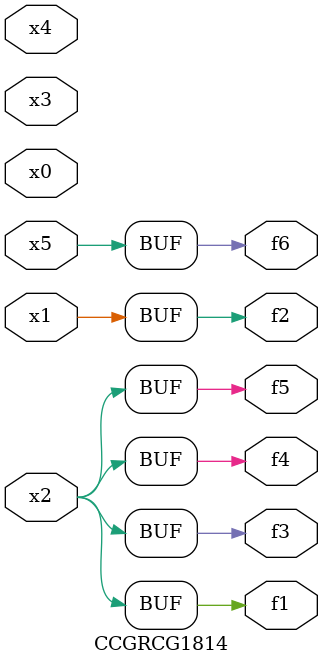
<source format=v>
module CCGRCG1814(
	input x0, x1, x2, x3, x4, x5,
	output f1, f2, f3, f4, f5, f6
);
	assign f1 = x2;
	assign f2 = x1;
	assign f3 = x2;
	assign f4 = x2;
	assign f5 = x2;
	assign f6 = x5;
endmodule

</source>
